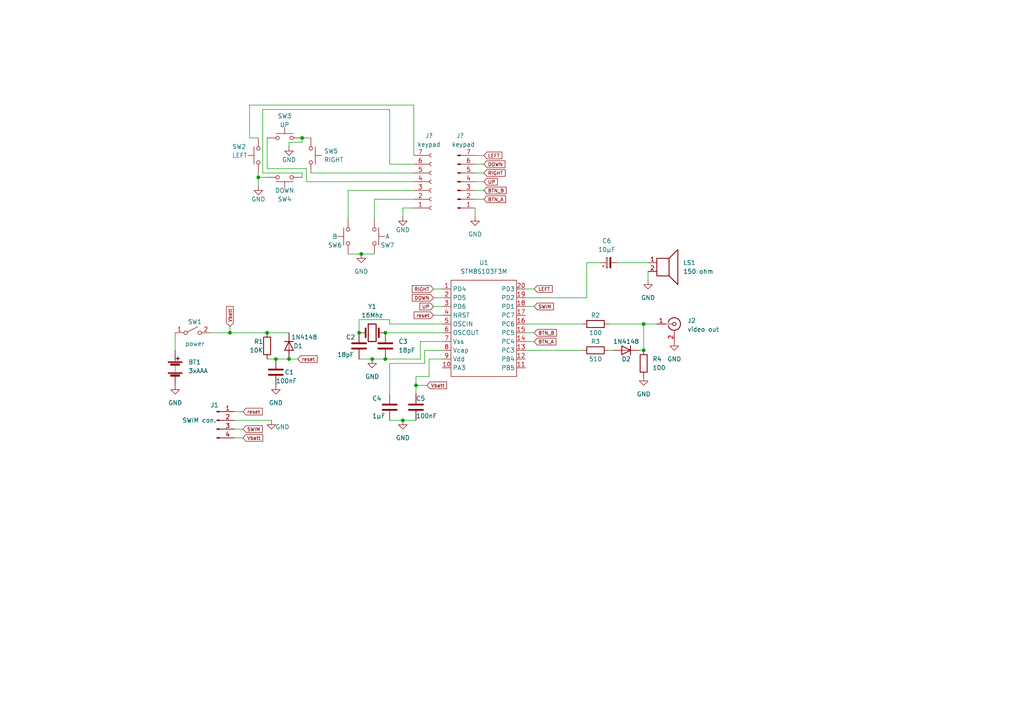
<source format=kicad_sch>
(kicad_sch (version 20211123) (generator eeschema)
  (paper "A4")
  (lib_symbols
    (symbol "Connector:Conn_01x04_Male" (pin_names (offset 1.016) hide)
      (property "Reference" "J" (at 0 5.08 0))
      (property "Value" "Conn_01x04_Male" (at 0 -7.62 0))
      (symbol "Conn_01x04_Male_1_1"
        (polyline (pts (xy 1.27 -5.08) (xy 0.8636 -5.08)) (stroke (width 0.1524)))
        (polyline (pts (xy 1.27 -2.54) (xy 0.8636 -2.54)) (stroke (width 0.1524)))
        (polyline (pts (xy 1.27 0) (xy 0.8636 0)) (stroke (width 0.1524)))
        (polyline (pts (xy 1.27 2.54) (xy 0.8636 2.54)) (stroke (width 0.1524)))
        (rectangle (start 0.8636 -4.953) (end 0 -5.207) (stroke (width 0.1524)) (fill (type outline)))
        (rectangle (start 0.8636 -2.413) (end 0 -2.667) (stroke (width 0.1524)) (fill (type outline)))
        (rectangle (start 0.8636 0.127) (end 0 -0.127) (stroke (width 0.1524)) (fill (type outline)))
        (rectangle (start 0.8636 2.667) (end 0 2.413) (stroke (width 0.1524)) (fill (type outline)))
        (pin passive line (at 5.08 2.54 180) (length 3.81) (name "Pin_1") (number "1"))
        (pin passive line (at 5.08 0 180) (length 3.81) (name "Pin_2") (number "2"))
        (pin passive line (at 5.08 -2.54 180) (length 3.81) (name "Pin_3") (number "3"))
        (pin passive line (at 5.08 -5.08 180) (length 3.81) (name "Pin_4") (number "4"))
      )
    )
    (symbol "Connector:Conn_01x07_Female" (pin_names (offset 1.016) hide)
      (property "Reference" "J" (at 0 10.16 0))
      (property "Value" "Conn_01x07_Female" (at 0 -10.16 0))
      (symbol "Conn_01x07_Female_1_1"
        (arc (start 0 -7.112) (mid -0.508 -7.62) (end 0 -8.128) (stroke (width 0.1524)))
        (arc (start 0 -4.572) (mid -0.508 -5.08) (end 0 -5.588) (stroke (width 0.1524)))
        (arc (start 0 -2.032) (mid -0.508 -2.54) (end 0 -3.048) (stroke (width 0.1524)))
        (polyline (pts (xy -1.27 -7.62) (xy -0.508 -7.62)) (stroke (width 0.1524)))
        (polyline (pts (xy -1.27 -5.08) (xy -0.508 -5.08)) (stroke (width 0.1524)))
        (polyline (pts (xy -1.27 -2.54) (xy -0.508 -2.54)) (stroke (width 0.1524)))
        (polyline (pts (xy -1.27 0) (xy -0.508 0)) (stroke (width 0.1524)))
        (polyline (pts (xy -1.27 2.54) (xy -0.508 2.54)) (stroke (width 0.1524)))
        (polyline (pts (xy -1.27 5.08) (xy -0.508 5.08)) (stroke (width 0.1524)))
        (polyline (pts (xy -1.27 7.62) (xy -0.508 7.62)) (stroke (width 0.1524)))
        (arc (start 0 0.508) (mid -0.508 0) (end 0 -0.508) (stroke (width 0.1524)))
        (arc (start 0 3.048) (mid -0.508 2.54) (end 0 2.032) (stroke (width 0.1524)))
        (arc (start 0 5.588) (mid -0.508 5.08) (end 0 4.572) (stroke (width 0.1524)))
        (arc (start 0 8.128) (mid -0.508 7.62) (end 0 7.112) (stroke (width 0.1524)))
        (pin passive line (at -5.08 7.62 0) (length 3.81) (name "Pin_1") (number "1"))
        (pin passive line (at -5.08 5.08 0) (length 3.81) (name "Pin_2") (number "2"))
        (pin passive line (at -5.08 2.54 0) (length 3.81) (name "Pin_3") (number "3"))
        (pin passive line (at -5.08 0 0) (length 3.81) (name "Pin_4") (number "4"))
        (pin passive line (at -5.08 -2.54 0) (length 3.81) (name "Pin_5") (number "5"))
        (pin passive line (at -5.08 -5.08 0) (length 3.81) (name "Pin_6") (number "6"))
        (pin passive line (at -5.08 -7.62 0) (length 3.81) (name "Pin_7") (number "7"))
      )
    )
    (symbol "Connector:Conn_01x07_Male" (pin_names (offset 1.016) hide)
      (property "Reference" "J" (at 0 10.16 0))
      (property "Value" "Conn_01x07_Male" (at 0 -10.16 0))
      (symbol "Conn_01x07_Male_1_1"
        (polyline (pts (xy 1.27 -7.62) (xy 0.8636 -7.62)) (stroke (width 0.1524)))
        (polyline (pts (xy 1.27 -5.08) (xy 0.8636 -5.08)) (stroke (width 0.1524)))
        (polyline (pts (xy 1.27 -2.54) (xy 0.8636 -2.54)) (stroke (width 0.1524)))
        (polyline (pts (xy 1.27 0) (xy 0.8636 0)) (stroke (width 0.1524)))
        (polyline (pts (xy 1.27 2.54) (xy 0.8636 2.54)) (stroke (width 0.1524)))
        (polyline (pts (xy 1.27 5.08) (xy 0.8636 5.08)) (stroke (width 0.1524)))
        (polyline (pts (xy 1.27 7.62) (xy 0.8636 7.62)) (stroke (width 0.1524)))
        (rectangle (start 0.8636 -7.493) (end 0 -7.747) (stroke (width 0.1524)) (fill (type outline)))
        (rectangle (start 0.8636 -4.953) (end 0 -5.207) (stroke (width 0.1524)) (fill (type outline)))
        (rectangle (start 0.8636 -2.413) (end 0 -2.667) (stroke (width 0.1524)) (fill (type outline)))
        (rectangle (start 0.8636 0.127) (end 0 -0.127) (stroke (width 0.1524)) (fill (type outline)))
        (rectangle (start 0.8636 2.667) (end 0 2.413) (stroke (width 0.1524)) (fill (type outline)))
        (rectangle (start 0.8636 5.207) (end 0 4.953) (stroke (width 0.1524)) (fill (type outline)))
        (rectangle (start 0.8636 7.747) (end 0 7.493) (stroke (width 0.1524)) (fill (type outline)))
        (pin passive line (at 5.08 7.62 180) (length 3.81) (name "Pin_1") (number "1"))
        (pin passive line (at 5.08 5.08 180) (length 3.81) (name "Pin_2") (number "2"))
        (pin passive line (at 5.08 2.54 180) (length 3.81) (name "Pin_3") (number "3"))
        (pin passive line (at 5.08 0 180) (length 3.81) (name "Pin_4") (number "4"))
        (pin passive line (at 5.08 -2.54 180) (length 3.81) (name "Pin_5") (number "5"))
        (pin passive line (at 5.08 -5.08 180) (length 3.81) (name "Pin_6") (number "6"))
        (pin passive line (at 5.08 -7.62 180) (length 3.81) (name "Pin_7") (number "7"))
      )
    )
    (symbol "Connector:Conn_Coaxial" (pin_names (offset 1.016) hide)
      (property "Reference" "J" (at 0.254 3.048 0))
      (property "Value" "Conn_Coaxial" (at 2.921 0 90))
      (symbol "Conn_Coaxial_0_1"
        (arc (start -1.778 -0.508) (mid 0.2311 -1.8066) (end 1.778 0) (stroke (width 0.254)))
        (polyline (pts (xy -2.54 0) (xy -0.508 0)))
        (polyline (pts (xy 0 -2.54) (xy 0 -1.778)))
        (circle (center 0 0) (radius 0.508) (stroke (width 0.2032)))
        (arc (start 1.778 0) (mid 0.2099 1.8101) (end -1.778 0.508) (stroke (width 0.254)))
      )
      (symbol "Conn_Coaxial_1_1"
        (pin passive line (at -5.08 0 0) (length 2.54) (name "In") (number "1"))
        (pin passive line (at 0 -5.08 90) (length 2.54) (name "Ext") (number "2"))
      )
    )
    (symbol "Device:Battery" (pin_numbers hide) (pin_names (offset 0) hide)
      (property "Reference" "BT" (at 2.54 2.54 0))
      (property "Value" "Battery" (at 2.54 0 0))
      (symbol "Battery_0_1"
        (rectangle (start -2.032 -1.397) (end 2.032 -1.651) (fill (type outline)))
        (rectangle (start -2.032 1.778) (end 2.032 1.524) (fill (type outline)))
        (rectangle (start -1.3208 -1.9812) (end 1.27 -2.4892) (fill (type outline)))
        (rectangle (start -1.3208 1.1938) (end 1.27 0.6858) (fill (type outline)))
        (polyline (pts (xy 0 -1.524) (xy 0 -1.27)))
        (polyline (pts (xy 0 -1.016) (xy 0 -0.762)))
        (polyline (pts (xy 0 -0.508) (xy 0 -0.254)))
        (polyline (pts (xy 0 0) (xy 0 0.254)))
        (polyline (pts (xy 0 0.508) (xy 0 0.762)))
        (polyline (pts (xy 0 1.778) (xy 0 2.54)))
        (polyline (pts (xy 0.254 2.667) (xy 1.27 2.667)) (stroke (width 0.254)))
        (polyline (pts (xy 0.762 3.175) (xy 0.762 2.159)) (stroke (width 0.254)))
      )
      (symbol "Battery_1_1"
        (pin passive line (at 0 5.08 270) (length 2.54) (name "+") (number "1"))
        (pin passive line (at 0 -5.08 90) (length 2.54) (name "-") (number "2"))
      )
    )
    (symbol "Device:C" (pin_numbers hide) (pin_names (offset 0.254))
      (property "Reference" "C" (at 0.635 2.54 0))
      (property "Value" "C" (at 0.635 -2.54 0))
      (symbol "C_0_1"
        (polyline (pts (xy -2.032 -0.762) (xy 2.032 -0.762)) (stroke (width 0.508)))
        (polyline (pts (xy -2.032 0.762) (xy 2.032 0.762)) (stroke (width 0.508)))
      )
      (symbol "C_1_1"
        (pin passive line (at 0 3.81 270) (length 2.794) (name "~") (number "1"))
        (pin passive line (at 0 -3.81 90) (length 2.794) (name "~") (number "2"))
      )
    )
    (symbol "Device:C_Polarized_Small" (pin_numbers hide) (pin_names (offset 0.254) hide)
      (property "Reference" "C" (at 0.254 1.778 0))
      (property "Value" "C_Polarized_Small" (at 0.254 -2.032 0))
      (symbol "C_Polarized_Small_0_1"
        (rectangle (start -1.524 -0.3048) (end 1.524 -0.6858) (fill (type outline)))
        (rectangle (start -1.524 0.6858) (end 1.524 0.3048))
        (polyline (pts (xy -1.27 1.524) (xy -0.762 1.524)))
        (polyline (pts (xy -1.016 1.27) (xy -1.016 1.778)))
      )
      (symbol "C_Polarized_Small_1_1"
        (pin passive line (at 0 2.54 270) (length 1.8542) (name "~") (number "1"))
        (pin passive line (at 0 -2.54 90) (length 1.8542) (name "~") (number "2"))
      )
    )
    (symbol "Device:Crystal" (pin_numbers hide) (pin_names (offset 1.016) hide)
      (property "Reference" "Y" (at 0 3.81 0))
      (property "Value" "Crystal" (at 0 -3.81 0))
      (symbol "Crystal_0_1"
        (rectangle (start -1.143 2.54) (end 1.143 -2.54) (stroke (width 0.3048)))
        (polyline (pts (xy -2.54 0) (xy -1.905 0)))
        (polyline (pts (xy -1.905 -1.27) (xy -1.905 1.27)) (stroke (width 0.508)))
        (polyline (pts (xy 1.905 -1.27) (xy 1.905 1.27)) (stroke (width 0.508)))
        (polyline (pts (xy 2.54 0) (xy 1.905 0)))
      )
      (symbol "Crystal_1_1"
        (pin passive line (at -3.81 0 0) (length 1.27) (name "1") (number "1"))
        (pin passive line (at 3.81 0 180) (length 1.27) (name "2") (number "2"))
      )
    )
    (symbol "Device:R" (pin_numbers hide) (pin_names (offset 0))
      (property "Reference" "R" (at 2.032 0 90))
      (property "Value" "R" (at 0 0 90))
      (symbol "R_0_1"
        (rectangle (start -1.016 -2.54) (end 1.016 2.54) (stroke (width 0.254)))
      )
      (symbol "R_1_1"
        (pin passive line (at 0 3.81 270) (length 1.27) (name "~") (number "1"))
        (pin passive line (at 0 -3.81 90) (length 1.27) (name "~") (number "2"))
      )
    )
    (symbol "Device:Speaker" (pin_names (offset 0) hide)
      (property "Reference" "LS" (at 1.27 5.715 0))
      (property "Value" "Speaker" (at 1.27 3.81 0))
      (symbol "Speaker_0_0"
        (rectangle (start -2.54 1.27) (end 1.016 -3.81) (stroke (width 0.254)))
        (polyline (pts (xy 1.016 1.27) (xy 3.556 3.81) (xy 3.556 -6.35) (xy 1.016 -3.81)) (stroke (width 0.254)))
      )
      (symbol "Speaker_1_1"
        (pin input line (at -5.08 0 0) (length 2.54) (name "1") (number "1"))
        (pin input line (at -5.08 -2.54 0) (length 2.54) (name "2") (number "2"))
      )
    )
    (symbol "Diode:1N4148" (pin_numbers hide) (pin_names (offset 1.016) hide)
      (property "Reference" "D" (at 0 2.54 0))
      (property "Value" "1N4148" (at 0 -2.54 0))
      (symbol "1N4148_0_1"
        (polyline (pts (xy -1.27 1.27) (xy -1.27 -1.27)) (stroke (width 0.254)))
        (polyline (pts (xy 1.27 0) (xy -1.27 0)))
        (polyline (pts (xy 1.27 1.27) (xy 1.27 -1.27) (xy -1.27 0) (xy 1.27 1.27)) (stroke (width 0.254)))
      )
      (symbol "1N4148_1_1"
        (pin passive line (at -3.81 0 0) (length 2.54) (name "K") (number "1"))
        (pin passive line (at 3.81 0 180) (length 2.54) (name "A") (number "2"))
      )
    )
    (symbol "MCU_ST_STM8:STM8S103F3M"
      (property "Reference" "U" (at 0 -16.51 0))
      (property "Value" "STM8S103F3M" (at -2.54 13.97 0))
      (symbol "STM8S103F3M_0_1"
        (rectangle (start -10.16 12.7) (end 8.89 -15.24))
      )
      (symbol "STM8S103F3M_1_1"
        (pin bidirectional line (at -12.7 10.16 0) (length 2.54) (name "PD4") (number "1"))
        (pin bidirectional line (at -12.7 -12.7 0) (length 2.54) (name "PA3") (number "10"))
        (pin bidirectional line (at 11.43 -12.7 180) (length 2.54) (name "PB5") (number "11"))
        (pin bidirectional line (at 11.43 -10.16 180) (length 2.54) (name "PB4") (number "12"))
        (pin bidirectional line (at 11.43 -7.62 180) (length 2.54) (name "PC3") (number "13"))
        (pin bidirectional line (at 11.43 -5.08 180) (length 2.54) (name "PC4") (number "14"))
        (pin bidirectional line (at 11.43 -2.54 180) (length 2.54) (name "PC5") (number "15"))
        (pin bidirectional line (at 11.43 0 180) (length 2.54) (name "PC6") (number "16"))
        (pin bidirectional line (at 11.43 2.54 180) (length 2.54) (name "PC7") (number "17"))
        (pin bidirectional line (at 11.43 5.08 180) (length 2.54) (name "PD1") (number "18"))
        (pin bidirectional line (at 11.43 7.62 180) (length 2.54) (name "PD2") (number "19"))
        (pin bidirectional line (at -12.7 7.62 0) (length 2.54) (name "PD5") (number "2"))
        (pin bidirectional line (at 11.43 10.16 180) (length 2.54) (name "PD3") (number "20"))
        (pin bidirectional line (at -12.7 5.08 0) (length 2.54) (name "PD6") (number "3"))
        (pin bidirectional line (at -12.7 2.54 0) (length 2.54) (name "NRST") (number "4"))
        (pin bidirectional line (at -12.7 0 0) (length 2.54) (name "OSCIN") (number "5"))
        (pin bidirectional line (at -12.7 -2.54 0) (length 2.54) (name "OSCOUT") (number "6"))
        (pin power_in line (at -12.7 -5.08 0) (length 2.54) (name "Vss") (number "7"))
        (pin passive line (at -12.7 -7.62 0) (length 2.54) (name "Vcap") (number "8"))
        (pin power_in line (at -12.7 -10.16 0) (length 2.54) (name "Vdd") (number "9"))
      )
    )
    (symbol "Switch:SW_MEC_5G" (pin_numbers hide) (pin_names (offset 1.016) hide)
      (property "Reference" "SW" (at 1.27 2.54 0))
      (property "Value" "SW_MEC_5G" (at 0 -1.524 0))
      (symbol "SW_MEC_5G_0_1"
        (circle (center -2.032 0) (radius 0.508))
        (polyline (pts (xy 0 1.27) (xy 0 3.048)))
        (polyline (pts (xy 2.54 1.27) (xy -2.54 1.27)))
        (circle (center 2.032 0) (radius 0.508))
        (pin passive line (at -5.08 0 0) (length 2.54) (name "A") (number "1"))
        (pin passive line (at 5.08 0 180) (length 2.54) (name "B") (number "3"))
      )
      (symbol "SW_MEC_5G_1_1"
        (pin passive line (at -5.08 0 0) (length 2.54) hide (name "A") (number "2"))
        (pin passive line (at 5.08 0 180) (length 2.54) hide (name "B") (number "4"))
      )
    )
    (symbol "Switch:SW_SPST" (pin_names (offset 0) hide)
      (property "Reference" "SW" (at 0 3.175 0))
      (property "Value" "SW_SPST" (at 0 -2.54 0))
      (symbol "SW_SPST_0_0"
        (circle (center -2.032 0) (radius 0.508))
        (polyline (pts (xy -1.524 0.254) (xy 1.524 1.778)))
        (circle (center 2.032 0) (radius 0.508))
      )
      (symbol "SW_SPST_1_1"
        (pin passive line (at -5.08 0 0) (length 2.54) (name "A") (number "1"))
        (pin passive line (at 5.08 0 180) (length 2.54) (name "B") (number "2"))
      )
    )
    (symbol "power:GND" (power) (pin_names (offset 0))
      (property "Value" "GND" (at 0 -3.81 0))
      (symbol "GND_0_1"
        (polyline (pts (xy 0 0) (xy 0 -1.27) (xy 1.27 -1.27) (xy 0 -2.54) (xy -1.27 -1.27) (xy 0 -1.27)))
      )
      (symbol "GND_1_1"
        (pin power_in line (at 0 0 270) (length 0) hide (name "GND") (number "1"))
      )
    )
  )
  (junction (at 80.01 104.14))
  (junction (at 83.82 104.14))
  (junction (at 104.775 73.66))
  (junction (at 87.63 40.005))
  (junction (at 107.95 104.14))
  (junction (at 186.69 101.6))
  (junction (at 66.675 96.52))
  (junction (at 116.84 121.92))
  (junction (at 120.65 111.76))
  (junction (at 111.76 104.14))
  (junction (at 77.47 96.52))
  (junction (at 104.14 96.52))
  (junction (at 74.93 51.435))
  (junction (at 111.76 96.52))
  (junction (at 186.69 93.98))
  (wire (pts (xy 74.93 51.435) (xy 74.93 53.975)))
  (wire (pts (xy 50.8 96.52) (xy 50.8 101.6)))
  (wire (pts (xy 179.07 76.2) (xy 187.96 76.2)))
  (wire (pts (xy 66.675 96.52) (xy 77.47 96.52)))
  (wire (pts (xy 152.4 93.98) (xy 168.91 93.98)))
  (wire (pts (xy 104.14 92.71) (xy 104.14 96.52)))
  (wire (pts (xy 137.795 50.165) (xy 140.335 50.165)))
  (wire (pts (xy 76.2 50.165) (xy 76.2 31.75)))
  (wire (pts (xy 120.65 111.76) (xy 120.65 109.22)))
  (wire (pts (xy 83.82 42.545) (xy 83.82 41.275)))
  (wire (pts (xy 72.39 30.48) (xy 72.39 40.005)))
  (wire (pts (xy 176.53 93.98) (xy 186.69 93.98)))
  (wire (pts (xy 170.18 86.36) (xy 170.18 76.2)))
  (wire (pts (xy 67.945 121.92) (xy 78.74 121.92)))
  (wire (pts (xy 74.93 51.435) (xy 77.47 51.435)))
  (wire (pts (xy 125.73 86.36) (xy 128.27 86.36)))
  (wire (pts (xy 104.14 104.14) (xy 107.95 104.14)))
  (wire (pts (xy 76.2 31.75) (xy 113.03 31.75)))
  (wire (pts (xy 100.965 73.66) (xy 104.775 73.66)))
  (wire (pts (xy 120.015 30.48) (xy 120.015 45.085)))
  (wire (pts (xy 67.945 124.46) (xy 70.485 124.46)))
  (wire (pts (xy 80.01 104.14) (xy 83.82 104.14)))
  (wire (pts (xy 152.4 83.82) (xy 154.94 83.82)))
  (wire (pts (xy 77.47 96.52) (xy 83.82 96.52)))
  (wire (pts (xy 113.03 93.98) (xy 113.03 92.71)))
  (wire (pts (xy 90.17 50.165) (xy 120.015 50.165)))
  (wire (pts (xy 66.675 94.615) (xy 66.675 96.52)))
  (wire (pts (xy 72.39 30.48) (xy 120.015 30.48)))
  (wire (pts (xy 137.795 45.085) (xy 140.335 45.085)))
  (wire (pts (xy 137.795 52.705) (xy 140.335 52.705)))
  (wire (pts (xy 104.775 73.66) (xy 108.585 73.66)))
  (wire (pts (xy 113.03 92.71) (xy 104.14 92.71)))
  (wire (pts (xy 137.795 47.625) (xy 140.335 47.625)))
  (wire (pts (xy 124.46 104.14) (xy 128.27 104.14)))
  (wire (pts (xy 113.03 114.3) (xy 113.03 105.41)))
  (wire (pts (xy 137.795 57.785) (xy 140.335 57.785)))
  (wire (pts (xy 121.92 99.06) (xy 121.92 104.14)))
  (wire (pts (xy 113.03 31.75) (xy 113.03 47.625)))
  (wire (pts (xy 120.65 111.76) (xy 123.825 111.76)))
  (wire (pts (xy 152.4 101.6) (xy 168.91 101.6)))
  (wire (pts (xy 88.9 48.895) (xy 88.9 52.705)))
  (wire (pts (xy 108.585 57.785) (xy 120.015 57.785)))
  (wire (pts (xy 87.63 51.435) (xy 87.63 50.165)))
  (wire (pts (xy 72.39 40.005) (xy 74.93 40.005)))
  (wire (pts (xy 74.93 50.165) (xy 74.93 51.435)))
  (wire (pts (xy 152.4 96.52) (xy 154.94 96.52)))
  (wire (pts (xy 176.53 101.6) (xy 177.8 101.6)))
  (wire (pts (xy 67.945 119.38) (xy 70.485 119.38)))
  (wire (pts (xy 87.63 50.165) (xy 76.2 50.165)))
  (wire (pts (xy 77.47 40.005) (xy 77.47 48.895)))
  (wire (pts (xy 116.84 60.325) (xy 116.84 62.865)))
  (wire (pts (xy 152.4 86.36) (xy 170.18 86.36)))
  (wire (pts (xy 83.82 104.14) (xy 86.36 104.14)))
  (wire (pts (xy 113.03 105.41) (xy 123.19 105.41)))
  (wire (pts (xy 186.69 93.98) (xy 190.5 93.98)))
  (wire (pts (xy 170.18 76.2) (xy 173.99 76.2)))
  (wire (pts (xy 137.795 60.325) (xy 137.795 62.865)))
  (wire (pts (xy 108.585 63.5) (xy 108.585 57.785)))
  (wire (pts (xy 120.65 109.22) (xy 124.46 109.22)))
  (wire (pts (xy 77.47 104.14) (xy 80.01 104.14)))
  (wire (pts (xy 152.4 99.06) (xy 154.94 99.06)))
  (wire (pts (xy 123.19 101.6) (xy 128.27 101.6)))
  (wire (pts (xy 67.945 127) (xy 70.485 127)))
  (wire (pts (xy 123.19 105.41) (xy 123.19 101.6)))
  (wire (pts (xy 120.015 60.325) (xy 116.84 60.325)))
  (wire (pts (xy 100.965 55.245) (xy 120.015 55.245)))
  (wire (pts (xy 186.69 93.98) (xy 186.69 101.6)))
  (wire (pts (xy 121.92 104.14) (xy 111.76 104.14)))
  (wire (pts (xy 124.46 109.22) (xy 124.46 104.14)))
  (wire (pts (xy 107.95 104.14) (xy 111.76 104.14)))
  (wire (pts (xy 128.27 93.98) (xy 113.03 93.98)))
  (wire (pts (xy 137.795 55.245) (xy 140.335 55.245)))
  (wire (pts (xy 125.73 88.9) (xy 128.27 88.9)))
  (wire (pts (xy 185.42 101.6) (xy 186.69 101.6)))
  (wire (pts (xy 88.9 52.705) (xy 120.015 52.705)))
  (wire (pts (xy 152.4 88.9) (xy 154.94 88.9)))
  (wire (pts (xy 187.96 78.74) (xy 187.96 81.28)))
  (wire (pts (xy 87.63 41.275) (xy 87.63 40.005)))
  (wire (pts (xy 120.65 114.3) (xy 120.65 111.76)))
  (wire (pts (xy 100.965 63.5) (xy 100.965 55.245)))
  (wire (pts (xy 111.76 96.52) (xy 128.27 96.52)))
  (wire (pts (xy 87.63 40.005) (xy 90.17 40.005)))
  (wire (pts (xy 125.73 83.82) (xy 128.27 83.82)))
  (wire (pts (xy 125.73 91.44) (xy 128.27 91.44)))
  (wire (pts (xy 113.03 121.92) (xy 116.84 121.92)))
  (wire (pts (xy 116.84 121.92) (xy 120.65 121.92)))
  (wire (pts (xy 128.27 99.06) (xy 121.92 99.06)))
  (wire (pts (xy 60.96 96.52) (xy 66.675 96.52)))
  (wire (pts (xy 77.47 48.895) (xy 88.9 48.895)))
  (wire (pts (xy 113.03 47.625) (xy 120.015 47.625)))
  (wire (pts (xy 83.82 41.275) (xy 87.63 41.275)))
  (global_label "LEFT" (shape input) (at 140.335 45.085 0) (effects (font (size 1 1))) (property "Références Inter-Feuilles" "${INTERSHEET_REFS}" (effects hide)))
  (global_label "SWIM" (shape input) (at 70.485 124.46 0) (effects (font (size 1 1))) (property "Références Inter-Feuilles" "${INTERSHEET_REFS}" (effects hide)))
  (global_label "RIGHT" (shape input) (at 140.335 50.165 0) (effects (font (size 1 1))) (property "Références Inter-Feuilles" "${INTERSHEET_REFS}" (effects hide)))
  (global_label "Vbatt" (shape input) (at 66.675 94.615 90) (effects (font (size 1 1))) (property "Références Inter-Feuilles" "${INTERSHEET_REFS}" (effects hide)))
  (global_label "UP" (shape input) (at 125.73 88.9 180) (effects (font (size 1 1))) (property "Références Inter-Feuilles" "${INTERSHEET_REFS}" (effects hide)))
  (global_label "UP" (shape input) (at 140.335 52.705 0) (effects (font (size 1 1))) (property "Références Inter-Feuilles" "${INTERSHEET_REFS}" (effects hide)))
  (global_label "reset" (shape input) (at 125.73 91.44 180) (effects (font (size 1 1))) (property "Références Inter-Feuilles" "${INTERSHEET_REFS}" (effects hide)))
  (global_label "reset" (shape input) (at 70.485 119.38 0) (effects (font (size 1 1))) (property "Références Inter-Feuilles" "${INTERSHEET_REFS}" (effects hide)))
  (global_label "BTN_A" (shape input) (at 154.94 99.06 0) (effects (font (size 1 1))) (property "Références Inter-Feuilles" "${INTERSHEET_REFS}" (effects hide)))
  (global_label "RIGHT" (shape input) (at 125.73 83.82 180) (effects (font (size 1 1))) (property "Références Inter-Feuilles" "${INTERSHEET_REFS}" (effects hide)))
  (global_label "Vbatt" (shape input) (at 123.825 111.76 0) (effects (font (size 1 1))) (property "Références Inter-Feuilles" "${INTERSHEET_REFS}" (effects hide)))
  (global_label "SWIM" (shape input) (at 154.94 88.9 0) (effects (font (size 1 1))) (property "Références Inter-Feuilles" "${INTERSHEET_REFS}" (effects hide)))
  (global_label "DOWN" (shape input) (at 125.73 86.36 180) (effects (font (size 1 1))) (property "Références Inter-Feuilles" "${INTERSHEET_REFS}" (effects hide)))
  (global_label "BTN_B" (shape input) (at 154.94 96.52 0) (effects (font (size 1 1))) (property "Références Inter-Feuilles" "${INTERSHEET_REFS}" (effects hide)))
  (global_label "BTN_B" (shape input) (at 140.335 55.245 0) (effects (font (size 1 1))) (property "Références Inter-Feuilles" "${INTERSHEET_REFS}" (effects hide)))
  (global_label "Vbatt" (shape input) (at 70.485 127 0) (effects (font (size 1 1))) (property "Références Inter-Feuilles" "${INTERSHEET_REFS}" (effects hide)))
  (global_label "LEFT" (shape input) (at 154.94 83.82 0) (effects (font (size 1 1))) (property "Références Inter-Feuilles" "${INTERSHEET_REFS}" (effects hide)))
  (global_label "BTN_A" (shape input) (at 140.335 57.785 0) (effects (font (size 1 1))) (property "Références Inter-Feuilles" "${INTERSHEET_REFS}" (effects hide)))
  (global_label "DOWN" (shape input) (at 140.335 47.625 0) (effects (font (size 1 1))) (property "Références Inter-Feuilles" "${INTERSHEET_REFS}" (effects hide)))
  (global_label "reset" (shape input) (at 86.36 104.14 0) (effects (font (size 1 1))) (property "Références Inter-Feuilles" "${INTERSHEET_REFS}" (effects hide)))
  (symbol (lib_id "Switch:SW_MEC_5G") (at 90.17 45.085 270) (unit 1)
    (property "Reference" "SW5" (at 93.98 43.8149 90) (effects (justify left)))
    (property "Value" "RIGHT" (at 93.98 46.3549 90) (effects (justify left)))
    (property "Datasheet" "http://www.apem.com/int/index.php?controller=attachment&id_attachment=488" (effects hide))
  )
  (symbol (lib_id "Device:C") (at 80.01 107.95 0) (unit 1)
    (property "Reference" "C1" (at 82.55 107.95 0) (effects (justify left)))
    (property "Value" "100nF" (at 80.01 110.49 0) (effects (justify left)))
  )
  (symbol (lib_id "Switch:SW_MEC_5G") (at 82.55 51.435 180) (unit 1)
    (property "Reference" "SW4" (at 82.55 57.785 0))
    (property "Value" "DOWN" (at 82.55 55.245 0))
    (property "Datasheet" "http://www.apem.com/int/index.php?controller=attachment&id_attachment=488" (effects hide))
  )
  (symbol (lib_id "Device:R") (at 172.72 93.98 90) (unit 1)
    (property "Reference" "R2" (at 172.72 91.44 90))
    (property "Value" "100" (at 172.72 96.52 90))
  )
  (symbol (lib_id "Device:Crystal") (at 107.95 96.52 180) (unit 1)
    (property "Reference" "Y1" (at 107.95 88.9 0))
    (property "Value" "16Mhz" (at 107.95 91.44 0))
  )
  (symbol (lib_id "Connector:Conn_01x04_Male") (at 62.865 121.92 0) (unit 1)
    (property "Reference" "J1" (at 62.23 117.475 0))
    (property "Value" "SWIM con." (at 57.785 121.92 0))
  )
  (symbol (lib_id "Diode:1N4148") (at 83.82 100.33 270) (unit 1)
    (property "Reference" "D1" (at 85.09 100.33 90) (effects (justify left)))
    (property "Value" "1N4148" (at 84.455 97.79 90) (effects (justify left)))
    (property "Footprint" "Diode_THT:D_DO-35_SOD27_P7.62mm_Horizontal" (effects hide))
    (property "Datasheet" "https://assets.nexperia.com/documents/data-sheet/1N4148_1N4448.pdf" (effects hide))
  )
  (symbol (lib_id "Switch:SW_MEC_5G") (at 100.965 68.58 90) (unit 1)
    (property "Reference" "SW6" (at 97.155 71.12 90))
    (property "Value" "B" (at 97.155 68.58 90))
    (property "Datasheet" "http://www.apem.com/int/index.php?controller=attachment&id_attachment=488" (effects hide))
  )
  (symbol (lib_id "Device:C") (at 111.76 100.33 0) (unit 1)
    (property "Reference" "C3" (at 115.57 99.0599 0) (effects (justify left)))
    (property "Value" "18pF" (at 115.57 101.5999 0) (effects (justify left)))
  )
  (symbol (lib_id "Switch:SW_SPST") (at 55.88 96.52 0) (unit 1)
    (property "Reference" "SW1" (at 56.515 93.345 0))
    (property "Value" "power" (at 56.515 99.695 0))
  )
  (symbol (lib_id "power:GND") (at 74.93 53.975 0) (unit 1)
    (property "Reference" "#PWR04" (effects hide))
    (property "Value" "GND" (at 74.93 57.785 0))
  )
  (symbol (lib_id "Switch:SW_MEC_5G") (at 82.55 40.005 0) (unit 1)
    (property "Reference" "SW3" (at 82.55 33.655 0))
    (property "Value" "UP" (at 82.55 36.195 0))
    (property "Datasheet" "http://www.apem.com/int/index.php?controller=attachment&id_attachment=488" (effects hide))
  )
  (symbol (lib_id "MCU_ST_STM8:STM8S103F3M") (at 140.97 93.98 0) (unit 1)
    (property "Reference" "U1" (at 140.335 76.2 0))
    (property "Value" "STM8S103F3M" (at 140.335 78.74 0))
  )
  (symbol (lib_id "power:GND") (at 116.84 121.92 0) (unit 1)
    (property "Reference" "#PWR07" (effects hide))
    (property "Value" "GND" (at 116.84 127 0))
  )
  (symbol (lib_id "Diode:1N4148") (at 181.61 101.6 180) (unit 1)
    (property "Reference" "D2" (at 181.61 104.14 0))
    (property "Value" "1N4148" (at 181.61 99.06 0))
    (property "Footprint" "Diode_THT:D_DO-35_SOD27_P7.62mm_Horizontal" (effects hide))
    (property "Datasheet" "https://assets.nexperia.com/documents/data-sheet/1N4148_1N4448.pdf" (effects hide))
  )
  (symbol (lib_id "power:GND") (at 83.82 42.545 0) (unit 1)
    (property "Reference" "#PWR05" (effects hide))
    (property "Value" "GND" (at 83.82 46.355 0))
  )
  (symbol (lib_id "power:GND") (at 50.8 111.76 0) (unit 1)
    (property "Reference" "#PWR01" (effects hide))
    (property "Value" "GND" (at 50.8 116.84 0))
  )
  (symbol (lib_id "power:GND") (at 80.01 111.76 0) (unit 1)
    (property "Reference" "#PWR03" (effects hide))
    (property "Value" "GND" (at 80.01 116.84 0))
  )
  (symbol (lib_id "Connector:Conn_Coaxial") (at 195.58 93.98 0) (unit 1)
    (property "Reference" "J2" (at 199.39 93.0031 0) (effects (justify left)))
    (property "Value" "video out" (at 199.39 95.5431 0) (effects (justify left)))
    (property "Datasheet" " ~" (effects hide))
  )
  (symbol (lib_id "Connector:Conn_01x07_Male") (at 132.715 52.705 0) (mirror x) (unit 1)
    (property "Reference" "J?" (at 134.62 39.37 0) (effects (justify right)))
    (property "Value" "keypad" (at 137.795 41.91 0) (effects (justify right)))
  )
  (symbol (lib_id "Device:Speaker") (at 193.04 76.2 0) (unit 1)
    (property "Reference" "LS1" (at 198.12 76.1999 0) (effects (justify left)))
    (property "Value" "150 ohm" (at 198.12 78.7399 0) (effects (justify left)))
  )
  (symbol (lib_id "power:GND") (at 187.96 81.28 0) (unit 1)
    (property "Reference" "#PWR010" (effects hide))
    (property "Value" "GND" (at 187.96 86.36 0))
  )
  (symbol (lib_id "Device:Battery") (at 50.8 106.68 0) (unit 1)
    (property "Reference" "BT1" (at 54.61 105.0289 0) (effects (justify left)))
    (property "Value" "3xAAA" (at 54.61 107.5689 0) (effects (justify left)))
  )
  (symbol (lib_id "power:GND") (at 186.69 109.22 0) (unit 1)
    (property "Reference" "#PWR09" (effects hide))
    (property "Value" "GND" (at 186.69 114.3 0))
  )
  (symbol (lib_id "Device:C") (at 113.03 118.11 0) (unit 1)
    (property "Reference" "C4" (at 107.95 115.57 0) (effects (justify left)))
    (property "Value" "1µF" (at 107.95 120.65 0) (effects (justify left)))
  )
  (symbol (lib_id "Device:C") (at 104.14 100.33 0) (unit 1)
    (property "Reference" "C2" (at 100.33 97.79 0) (effects (justify left)))
    (property "Value" "18pF" (at 97.79 102.87 0) (effects (justify left)))
  )
  (symbol (lib_id "Device:R") (at 77.47 100.33 0) (unit 1)
    (property "Reference" "R1" (at 73.66 99.06 0) (effects (justify left)))
    (property "Value" "10K" (at 72.39 101.6 0) (effects (justify left)))
  )
  (symbol (lib_id "power:GND") (at 137.795 62.865 0) (unit 1)
    (property "Reference" "#PWR?" (effects hide))
    (property "Value" "GND" (at 137.795 67.945 0))
  )
  (symbol (lib_id "power:GND") (at 116.84 62.865 0) (unit 1)
    (property "Reference" "#PWR?" (effects hide))
    (property "Value" "GND" (at 116.84 66.675 0))
  )
  (symbol (lib_id "Device:R") (at 172.72 101.6 90) (unit 1)
    (property "Reference" "R3" (at 172.72 99.06 90))
    (property "Value" "510" (at 172.72 104.14 90))
  )
  (symbol (lib_id "power:GND") (at 107.95 104.14 0) (unit 1)
    (property "Reference" "#PWR06" (effects hide))
    (property "Value" "GND" (at 107.95 109.22 0))
  )
  (symbol (lib_id "Device:C_Polarized_Small") (at 176.53 76.2 90) (unit 1)
    (property "Reference" "C6" (at 175.9839 69.85 90))
    (property "Value" "10µF" (at 175.9839 72.39 90))
  )
  (symbol (lib_id "Connector:Conn_01x07_Female") (at 125.095 52.705 0) (mirror x) (unit 1)
    (property "Reference" "J?" (at 124.46 39.37 0))
    (property "Value" "keypad" (at 124.46 41.91 0))
  )
  (symbol (lib_id "power:GND") (at 78.74 121.92 0) (unit 1)
    (property "Reference" "#PWR02" (effects hide))
    (property "Value" "GND" (at 81.915 123.825 0))
  )
  (symbol (lib_id "Device:C") (at 120.65 118.11 0) (unit 1)
    (property "Reference" "C5" (at 120.65 115.57 0) (effects (justify left)))
    (property "Value" "100nF" (at 120.65 120.65 0) (effects (justify left)))
  )
  (symbol (lib_id "Switch:SW_MEC_5G") (at 108.585 68.58 270) (unit 1)
    (property "Reference" "SW7" (at 112.395 71.12 90))
    (property "Value" "A" (at 112.395 68.58 90))
    (property "Datasheet" "http://www.apem.com/int/index.php?controller=attachment&id_attachment=488" (effects hide))
  )
  (symbol (lib_id "Switch:SW_MEC_5G") (at 74.93 45.085 90) (unit 1)
    (property "Reference" "SW2" (at 67.31 42.545 90) (effects (justify right)))
    (property "Value" "LEFT" (at 67.31 45.085 90) (effects (justify right)))
    (property "Datasheet" "http://www.apem.com/int/index.php?controller=attachment&id_attachment=488" (effects hide))
  )
  (symbol (lib_id "Device:R") (at 186.69 105.41 180) (unit 1)
    (property "Reference" "R4" (at 189.23 104.1399 0) (effects (justify right)))
    (property "Value" "100" (at 189.23 106.6799 0) (effects (justify right)))
  )
  (symbol (lib_id "power:GND") (at 104.775 73.66 0) (unit 1)
    (property "Reference" "#PWR08" (effects hide))
    (property "Value" "GND" (at 104.775 78.74 0))
  )
  (symbol (lib_id "power:GND") (at 195.58 99.06 0) (unit 1)
    (property "Reference" "#PWR011" (effects hide))
    (property "Value" "GND" (at 195.58 104.14 0))
  )
)
</source>
